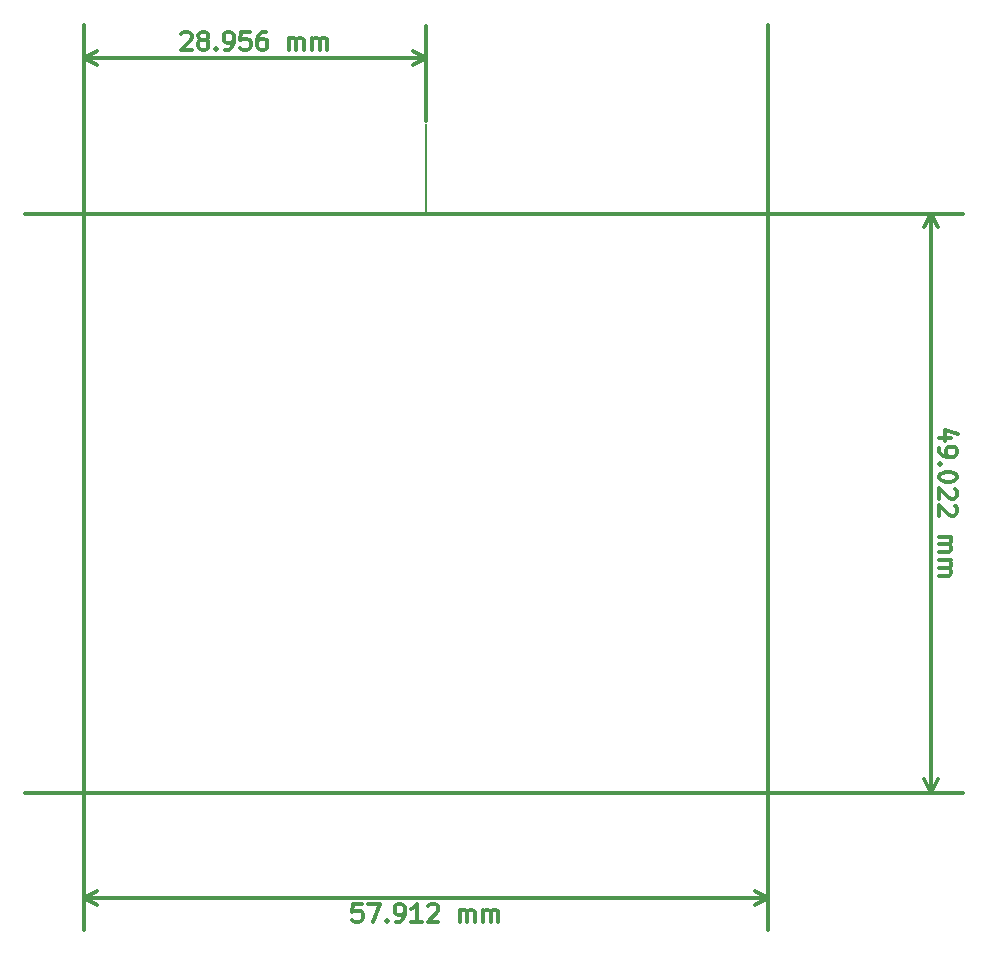
<source format=gbr>
G04 #@! TF.FileFunction,Drawing*
%FSLAX46Y46*%
G04 Gerber Fmt 4.6, Leading zero omitted, Abs format (unit mm)*
G04 Created by KiCad (PCBNEW 4.0.2+dfsg1-stable) date mer 24 ott 2018 10:21:22 CEST*
%MOMM*%
G01*
G04 APERTURE LIST*
%ADD10C,0.100000*%
%ADD11C,0.300000*%
%ADD12C,0.200000*%
G04 APERTURE END LIST*
D10*
D11*
X183662429Y-73621001D02*
X182662429Y-73621001D01*
X184233857Y-73263858D02*
X183162429Y-72906715D01*
X183162429Y-73835287D01*
X182662429Y-74478143D02*
X182662429Y-74763858D01*
X182733857Y-74906715D01*
X182805286Y-74978143D01*
X183019571Y-75121001D01*
X183305286Y-75192429D01*
X183876714Y-75192429D01*
X184019571Y-75121001D01*
X184091000Y-75049572D01*
X184162429Y-74906715D01*
X184162429Y-74621001D01*
X184091000Y-74478143D01*
X184019571Y-74406715D01*
X183876714Y-74335286D01*
X183519571Y-74335286D01*
X183376714Y-74406715D01*
X183305286Y-74478143D01*
X183233857Y-74621001D01*
X183233857Y-74906715D01*
X183305286Y-75049572D01*
X183376714Y-75121001D01*
X183519571Y-75192429D01*
X182805286Y-75835286D02*
X182733857Y-75906714D01*
X182662429Y-75835286D01*
X182733857Y-75763857D01*
X182805286Y-75835286D01*
X182662429Y-75835286D01*
X184162429Y-76835286D02*
X184162429Y-76978143D01*
X184091000Y-77121000D01*
X184019571Y-77192429D01*
X183876714Y-77263858D01*
X183591000Y-77335286D01*
X183233857Y-77335286D01*
X182948143Y-77263858D01*
X182805286Y-77192429D01*
X182733857Y-77121000D01*
X182662429Y-76978143D01*
X182662429Y-76835286D01*
X182733857Y-76692429D01*
X182805286Y-76621000D01*
X182948143Y-76549572D01*
X183233857Y-76478143D01*
X183591000Y-76478143D01*
X183876714Y-76549572D01*
X184019571Y-76621000D01*
X184091000Y-76692429D01*
X184162429Y-76835286D01*
X184019571Y-77906714D02*
X184091000Y-77978143D01*
X184162429Y-78121000D01*
X184162429Y-78478143D01*
X184091000Y-78621000D01*
X184019571Y-78692429D01*
X183876714Y-78763857D01*
X183733857Y-78763857D01*
X183519571Y-78692429D01*
X182662429Y-77835286D01*
X182662429Y-78763857D01*
X184019571Y-79335285D02*
X184091000Y-79406714D01*
X184162429Y-79549571D01*
X184162429Y-79906714D01*
X184091000Y-80049571D01*
X184019571Y-80121000D01*
X183876714Y-80192428D01*
X183733857Y-80192428D01*
X183519571Y-80121000D01*
X182662429Y-79263857D01*
X182662429Y-80192428D01*
X182662429Y-81978142D02*
X183662429Y-81978142D01*
X183519571Y-81978142D02*
X183591000Y-82049570D01*
X183662429Y-82192428D01*
X183662429Y-82406713D01*
X183591000Y-82549570D01*
X183448143Y-82620999D01*
X182662429Y-82620999D01*
X183448143Y-82620999D02*
X183591000Y-82692428D01*
X183662429Y-82835285D01*
X183662429Y-83049570D01*
X183591000Y-83192428D01*
X183448143Y-83263856D01*
X182662429Y-83263856D01*
X182662429Y-83978142D02*
X183662429Y-83978142D01*
X183519571Y-83978142D02*
X183591000Y-84049570D01*
X183662429Y-84192428D01*
X183662429Y-84406713D01*
X183591000Y-84549570D01*
X183448143Y-84620999D01*
X182662429Y-84620999D01*
X183448143Y-84620999D02*
X183591000Y-84692428D01*
X183662429Y-84835285D01*
X183662429Y-85049570D01*
X183591000Y-85192428D01*
X183448143Y-85263856D01*
X182662429Y-85263856D01*
X181991000Y-54610000D02*
X181991000Y-103632000D01*
X105283000Y-54610000D02*
X184691000Y-54610000D01*
X105283000Y-103632000D02*
X184691000Y-103632000D01*
X181991000Y-103632000D02*
X181404579Y-102505496D01*
X181991000Y-103632000D02*
X182577421Y-102505496D01*
X181991000Y-54610000D02*
X181404579Y-55736504D01*
X181991000Y-54610000D02*
X182577421Y-55736504D01*
X133763430Y-113050571D02*
X133049144Y-113050571D01*
X132977715Y-113764857D01*
X133049144Y-113693429D01*
X133192001Y-113622000D01*
X133549144Y-113622000D01*
X133692001Y-113693429D01*
X133763430Y-113764857D01*
X133834858Y-113907714D01*
X133834858Y-114264857D01*
X133763430Y-114407714D01*
X133692001Y-114479143D01*
X133549144Y-114550571D01*
X133192001Y-114550571D01*
X133049144Y-114479143D01*
X132977715Y-114407714D01*
X134334858Y-113050571D02*
X135334858Y-113050571D01*
X134692001Y-114550571D01*
X135906286Y-114407714D02*
X135977714Y-114479143D01*
X135906286Y-114550571D01*
X135834857Y-114479143D01*
X135906286Y-114407714D01*
X135906286Y-114550571D01*
X136692000Y-114550571D02*
X136977715Y-114550571D01*
X137120572Y-114479143D01*
X137192000Y-114407714D01*
X137334858Y-114193429D01*
X137406286Y-113907714D01*
X137406286Y-113336286D01*
X137334858Y-113193429D01*
X137263429Y-113122000D01*
X137120572Y-113050571D01*
X136834858Y-113050571D01*
X136692000Y-113122000D01*
X136620572Y-113193429D01*
X136549143Y-113336286D01*
X136549143Y-113693429D01*
X136620572Y-113836286D01*
X136692000Y-113907714D01*
X136834858Y-113979143D01*
X137120572Y-113979143D01*
X137263429Y-113907714D01*
X137334858Y-113836286D01*
X137406286Y-113693429D01*
X138834857Y-114550571D02*
X137977714Y-114550571D01*
X138406286Y-114550571D02*
X138406286Y-113050571D01*
X138263429Y-113264857D01*
X138120571Y-113407714D01*
X137977714Y-113479143D01*
X139406285Y-113193429D02*
X139477714Y-113122000D01*
X139620571Y-113050571D01*
X139977714Y-113050571D01*
X140120571Y-113122000D01*
X140192000Y-113193429D01*
X140263428Y-113336286D01*
X140263428Y-113479143D01*
X140192000Y-113693429D01*
X139334857Y-114550571D01*
X140263428Y-114550571D01*
X142049142Y-114550571D02*
X142049142Y-113550571D01*
X142049142Y-113693429D02*
X142120570Y-113622000D01*
X142263428Y-113550571D01*
X142477713Y-113550571D01*
X142620570Y-113622000D01*
X142691999Y-113764857D01*
X142691999Y-114550571D01*
X142691999Y-113764857D02*
X142763428Y-113622000D01*
X142906285Y-113550571D01*
X143120570Y-113550571D01*
X143263428Y-113622000D01*
X143334856Y-113764857D01*
X143334856Y-114550571D01*
X144049142Y-114550571D02*
X144049142Y-113550571D01*
X144049142Y-113693429D02*
X144120570Y-113622000D01*
X144263428Y-113550571D01*
X144477713Y-113550571D01*
X144620570Y-113622000D01*
X144691999Y-113764857D01*
X144691999Y-114550571D01*
X144691999Y-113764857D02*
X144763428Y-113622000D01*
X144906285Y-113550571D01*
X145120570Y-113550571D01*
X145263428Y-113622000D01*
X145334856Y-113764857D01*
X145334856Y-114550571D01*
X110236000Y-112522000D02*
X168148000Y-112522000D01*
X110236000Y-38608000D02*
X110236000Y-115222000D01*
X168148000Y-38608000D02*
X168148000Y-115222000D01*
X168148000Y-112522000D02*
X167021496Y-113108421D01*
X168148000Y-112522000D02*
X167021496Y-111935579D01*
X110236000Y-112522000D02*
X111362504Y-113108421D01*
X110236000Y-112522000D02*
X111362504Y-111935579D01*
X118499715Y-39373429D02*
X118571144Y-39302000D01*
X118714001Y-39230571D01*
X119071144Y-39230571D01*
X119214001Y-39302000D01*
X119285430Y-39373429D01*
X119356858Y-39516286D01*
X119356858Y-39659143D01*
X119285430Y-39873429D01*
X118428287Y-40730571D01*
X119356858Y-40730571D01*
X120214001Y-39873429D02*
X120071143Y-39802000D01*
X119999715Y-39730571D01*
X119928286Y-39587714D01*
X119928286Y-39516286D01*
X119999715Y-39373429D01*
X120071143Y-39302000D01*
X120214001Y-39230571D01*
X120499715Y-39230571D01*
X120642572Y-39302000D01*
X120714001Y-39373429D01*
X120785429Y-39516286D01*
X120785429Y-39587714D01*
X120714001Y-39730571D01*
X120642572Y-39802000D01*
X120499715Y-39873429D01*
X120214001Y-39873429D01*
X120071143Y-39944857D01*
X119999715Y-40016286D01*
X119928286Y-40159143D01*
X119928286Y-40444857D01*
X119999715Y-40587714D01*
X120071143Y-40659143D01*
X120214001Y-40730571D01*
X120499715Y-40730571D01*
X120642572Y-40659143D01*
X120714001Y-40587714D01*
X120785429Y-40444857D01*
X120785429Y-40159143D01*
X120714001Y-40016286D01*
X120642572Y-39944857D01*
X120499715Y-39873429D01*
X121428286Y-40587714D02*
X121499714Y-40659143D01*
X121428286Y-40730571D01*
X121356857Y-40659143D01*
X121428286Y-40587714D01*
X121428286Y-40730571D01*
X122214000Y-40730571D02*
X122499715Y-40730571D01*
X122642572Y-40659143D01*
X122714000Y-40587714D01*
X122856858Y-40373429D01*
X122928286Y-40087714D01*
X122928286Y-39516286D01*
X122856858Y-39373429D01*
X122785429Y-39302000D01*
X122642572Y-39230571D01*
X122356858Y-39230571D01*
X122214000Y-39302000D01*
X122142572Y-39373429D01*
X122071143Y-39516286D01*
X122071143Y-39873429D01*
X122142572Y-40016286D01*
X122214000Y-40087714D01*
X122356858Y-40159143D01*
X122642572Y-40159143D01*
X122785429Y-40087714D01*
X122856858Y-40016286D01*
X122928286Y-39873429D01*
X124285429Y-39230571D02*
X123571143Y-39230571D01*
X123499714Y-39944857D01*
X123571143Y-39873429D01*
X123714000Y-39802000D01*
X124071143Y-39802000D01*
X124214000Y-39873429D01*
X124285429Y-39944857D01*
X124356857Y-40087714D01*
X124356857Y-40444857D01*
X124285429Y-40587714D01*
X124214000Y-40659143D01*
X124071143Y-40730571D01*
X123714000Y-40730571D01*
X123571143Y-40659143D01*
X123499714Y-40587714D01*
X125642571Y-39230571D02*
X125356857Y-39230571D01*
X125214000Y-39302000D01*
X125142571Y-39373429D01*
X124999714Y-39587714D01*
X124928285Y-39873429D01*
X124928285Y-40444857D01*
X124999714Y-40587714D01*
X125071142Y-40659143D01*
X125214000Y-40730571D01*
X125499714Y-40730571D01*
X125642571Y-40659143D01*
X125714000Y-40587714D01*
X125785428Y-40444857D01*
X125785428Y-40087714D01*
X125714000Y-39944857D01*
X125642571Y-39873429D01*
X125499714Y-39802000D01*
X125214000Y-39802000D01*
X125071142Y-39873429D01*
X124999714Y-39944857D01*
X124928285Y-40087714D01*
X127571142Y-40730571D02*
X127571142Y-39730571D01*
X127571142Y-39873429D02*
X127642570Y-39802000D01*
X127785428Y-39730571D01*
X127999713Y-39730571D01*
X128142570Y-39802000D01*
X128213999Y-39944857D01*
X128213999Y-40730571D01*
X128213999Y-39944857D02*
X128285428Y-39802000D01*
X128428285Y-39730571D01*
X128642570Y-39730571D01*
X128785428Y-39802000D01*
X128856856Y-39944857D01*
X128856856Y-40730571D01*
X129571142Y-40730571D02*
X129571142Y-39730571D01*
X129571142Y-39873429D02*
X129642570Y-39802000D01*
X129785428Y-39730571D01*
X129999713Y-39730571D01*
X130142570Y-39802000D01*
X130213999Y-39944857D01*
X130213999Y-40730571D01*
X130213999Y-39944857D02*
X130285428Y-39802000D01*
X130428285Y-39730571D01*
X130642570Y-39730571D01*
X130785428Y-39802000D01*
X130856856Y-39944857D01*
X130856856Y-40730571D01*
X139192000Y-41402000D02*
X110236000Y-41402000D01*
X139192000Y-46736000D02*
X139192000Y-38702000D01*
X110236000Y-46736000D02*
X110236000Y-38702000D01*
X110236000Y-41402000D02*
X111362504Y-40815579D01*
X110236000Y-41402000D02*
X111362504Y-41988421D01*
X139192000Y-41402000D02*
X138065496Y-40815579D01*
X139192000Y-41402000D02*
X138065496Y-41988421D01*
D12*
X139192000Y-54610000D02*
X139192000Y-46990000D01*
M02*

</source>
